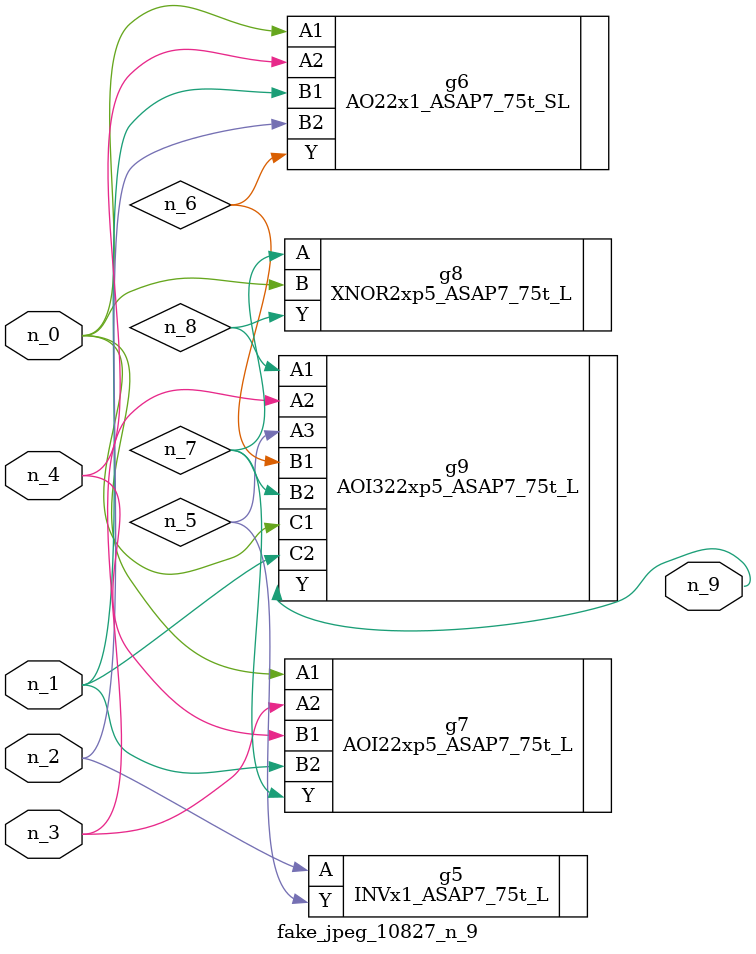
<source format=v>
module fake_jpeg_10827_n_9 (n_3, n_2, n_1, n_0, n_4, n_9);

input n_3;
input n_2;
input n_1;
input n_0;
input n_4;

output n_9;

wire n_8;
wire n_6;
wire n_5;
wire n_7;

INVx1_ASAP7_75t_L g5 ( 
.A(n_2),
.Y(n_5)
);

AO22x1_ASAP7_75t_SL g6 ( 
.A1(n_0),
.A2(n_4),
.B1(n_1),
.B2(n_2),
.Y(n_6)
);

AOI22xp5_ASAP7_75t_L g7 ( 
.A1(n_0),
.A2(n_3),
.B1(n_4),
.B2(n_1),
.Y(n_7)
);

XNOR2xp5_ASAP7_75t_L g8 ( 
.A(n_7),
.B(n_0),
.Y(n_8)
);

AOI322xp5_ASAP7_75t_L g9 ( 
.A1(n_8),
.A2(n_3),
.A3(n_5),
.B1(n_6),
.B2(n_7),
.C1(n_0),
.C2(n_1),
.Y(n_9)
);


endmodule
</source>
